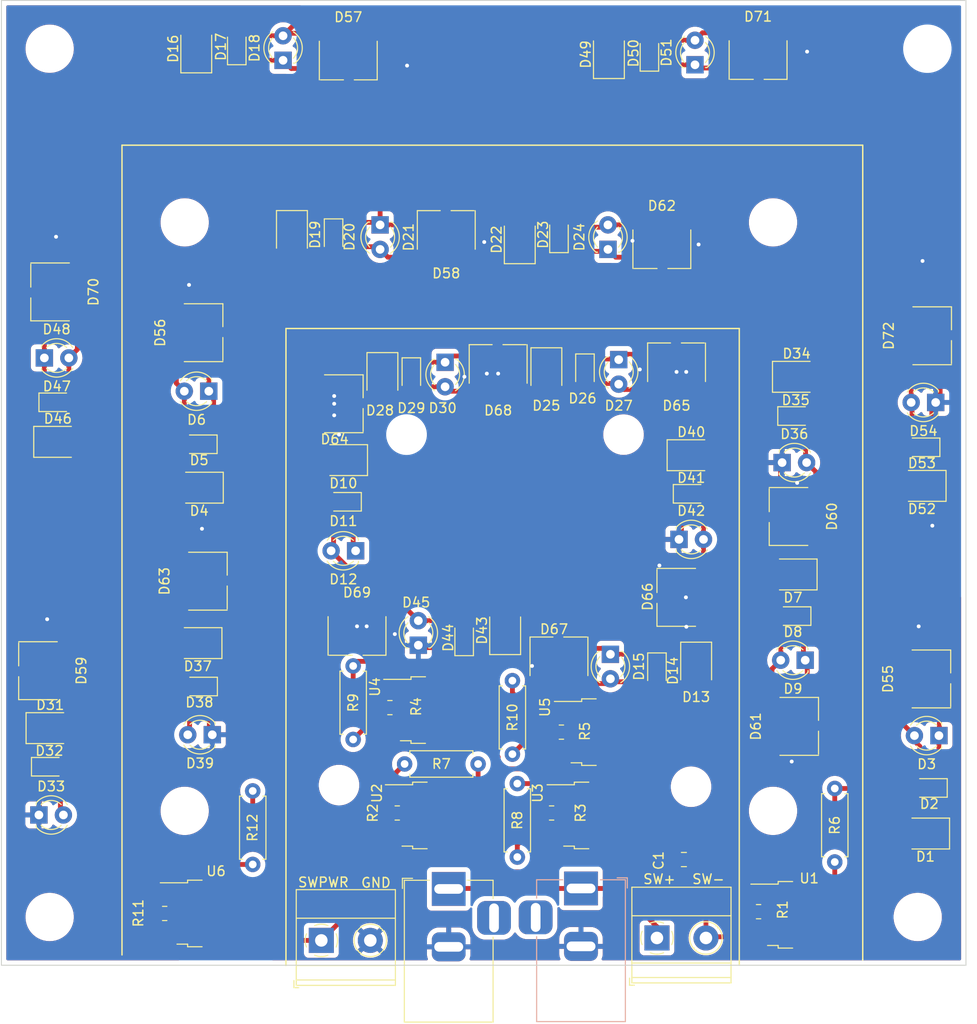
<source format=kicad_pcb>
(kicad_pcb (version 20211014) (generator pcbnew)
  (layers (0 "F.Cu" signal) (31 "B.Cu" signal) (34 "B.Paste" user) (35 "F.Paste" user) (36 "B.SilkS" user "B.Silkscreen") (37 "F.SilkS" user "F.Silkscreen") (38 "B.Mask" user) (39 "F.Mask" user) (44 "Edge.Cuts" user))
  (net 0 "")
  (net 1 "Net-(C1-Pad1)")
  (net 2 "GND")
  (net 3 "Net-(D1-Pad1)")
  (net 4 "Net-(R1-Pad1)")
  (net 5 "Net-(D19-Pad2)")
  (net 6 "Net-(D4-Pad2)")
  (net 7 "Net-(D22-Pad2)")
  (net 8 "Net-(D10-Pad1)")
  (net 9 "Net-(R2-Pad1)")
  (net 10 "Net-(D13-Pad1)")
  (net 11 "Net-(D13-Pad2)")
  (net 12 "Net-(D16-Pad1)")
  (net 13 "Net-(D19-Pad1)")
  (net 14 "Net-(D22-Pad1)")
  (net 15 "Net-(D25-Pad1)")
  (net 16 "Net-(D28-Pad1)")
  (net 17 "Net-(R1-Pad2)")
  (net 18 "Net-(R3-Pad1)")
  (net 19 "Net-(R3-Pad2)")
  (net 20 "Net-(R4-Pad2)")
  (net 21 "Net-(R4-Pad1)")
  (net 22 "+VDC")
  (net 25 "Net-(D46-Pad1)")
  (net 26 "Net-(D46-Pad2)")
  (net 27 "Net-(D49-Pad1)")
  (net 28 "Net-(R10-Pad1)")
  (net 29 "Net-(R11-Pad1)")
  (footprint "Package_TO_SOT_SMD:TO-252-2" (layer "F.Cu") (at 70.104 109.474)
    (fp_text reference "U2")
    (fp_text value "LM317_TO-252")
  )
  (footprint "LEDPanel:LED_Cree-XP" (layer "F.Cu") (at 45.406 85.192 180)
    (fp_text reference "D63")
    (fp_text value "LED_Pad")
  )
  (footprint "LED_THT:LED_D3.0mm" (layer "F.Cu") (at 54.2 31.2 90)
    (fp_text reference "D18")
    (fp_text value "LED")
  )
  (footprint "LED_SMD:LED_0805_2012Metric_Pad1.15x1.40mm_HandSolder" (layer "F.Cu") (at 29.975 104.425)
    (fp_text reference "D32")
    (fp_text value "LED")
  )
  (footprint "LEDPanel:LED_Cree-XP" (layer "F.Cu") (at 94.996 63.5 -90)
    (fp_text reference "D65")
    (fp_text value "LED_Pad")
  )
  (footprint "Connector_BarrelJack:BarrelJack_Horizontal" (layer "F.Cu") (at 71.374 117.094 90)
    (fp_text reference "J1" hide)
    (fp_text value "Barrel_Jack_Switch")
  )
  (footprint "LED_THT:LED_D3.0mm" (layer "F.Cu") (at 122.2 101.2 180)
    (fp_text reference "D3")
    (fp_text value "LED")
  )
  (footprint "MountingHole:MountingHole_3.2mm_M3" (layer "F.Cu") (at 89.5 70)
    (fp_text reference "H2" hide)
    (fp_text value "MountingHole")
  )
  (footprint "LED_SMD:LED_0805_2012Metric_Pad1.15x1.40mm_HandSolder" (layer "F.Cu") (at 67.5 63.9 -90)
    (fp_text reference "D29")
    (fp_text value "LED")
  )
  (footprint "LEDPanel:LED_Cree-XP" (layer "F.Cu") (at 71.12 49.784 -90)
    (fp_text reference "D58")
    (fp_text value "LED_Pad")
  )
  (footprint "LED_SMD:LED_PLCC_2835_Handsoldering" (layer "F.Cu") (at 87.983 30.59 90)
    (fp_text reference "D49")
    (fp_text value "LED")
  )
  (footprint "LED_THT:LED_D3.0mm" (layer "F.Cu") (at 108.336 93.384 180)
    (fp_text reference "D9")
    (fp_text value "LED")
  )
  (footprint "LED_THT:LED_D3.0mm" (layer "F.Cu") (at 68.2245 91.827 90)
    (fp_text reference "D45")
    (fp_text value "LED")
  )
  (footprint "MountingHole:MountingHole_4mm" (layer "F.Cu") (at 30 120)
    (fp_text reference "H11" hide)
    (fp_text value "MountingHole")
  )
  (footprint "LED_SMD:LED_PLCC_2835_Handsoldering" (layer "F.Cu") (at 78.74 49.784 90)
    (fp_text reference "D22")
    (fp_text value "LED")
  )
  (footprint "LEDPanel:LED_Cree-XP" (layer "F.Cu") (at 107.605 78.486)
    (fp_text reference "D60")
    (fp_text value "LED_Pad")
  )
  (footprint "LED_SMD:LED_0805_2012Metric_Pad1.15x1.40mm_HandSolder" (layer "F.Cu") (at 85.5 63.5 -90)
    (fp_text reference "D26")
    (fp_text value "LED")
  )
  (footprint "LED_SMD:LED_PLCC_2835_Handsoldering" (layer "F.Cu") (at 81.5 63.5 -90)
    (fp_text reference "D25")
    (fp_text value "LED")
  )
  (footprint "LED_SMD:LED_0805_2012Metric_Pad1.15x1.40mm_HandSolder" (layer "F.Cu") (at 107.351 68.072)
    (fp_text reference "D35")
    (fp_text value "LED")
  )
  (footprint "Package_TO_SOT_SMD:TO-252-2" (layer "F.Cu") (at 69.933 98.551)
    (fp_text reference "U4")
    (fp_text value "LM317_TO-252")
  )
  (footprint "LED_SMD:LED_PLCC_2835_Handsoldering" (layer "F.Cu") (at 96.52 72.136)
    (fp_text reference "D40")
    (fp_text value "LED")
  )
  (footprint "LED_SMD:LED_PLCC_2835_Handsoldering" (layer "F.Cu") (at 97.028 94.014 -90)
    (fp_text reference "D13")
    (fp_text value "LED")
  )
  (footprint "LED_THT:LED_D3.0mm" (layer "F.Cu") (at 46.86 101.11 180)
    (fp_text reference "D39")
    (fp_text value "LED")
  )
  (footprint "Package_TO_SOT_SMD:TO-252-2" (layer "F.Cu") (at 108 119.775)
    (fp_text reference "U1")
    (fp_text value "LM317_TO-252")
  )
  (footprint "TerminalBlock_Phoenix:TerminalBlock_Phoenix_MKDS-1,5-2-5.08_1x02_P5.08mm_Horizontal" (layer "F.Cu") (at 58.166 122.428)
    (fp_text reference "J3" hide)
    (fp_text value "Conn_01x02")
  )
  (footprint "Resistor_SMD:R_0805_2012Metric_Pad1.20x1.40mm_HandSolder" (layer "F.Cu") (at 82.042 109.22)
    (fp_text reference "R3")
    (fp_text value "56R")
  )
  (footprint "LED_SMD:LED_PLCC_2835_Handsoldering" (layer "F.Cu") (at 30.85 70.75)
    (fp_text reference "D46")
    (fp_text value "LED")
  )
  (footprint "LED_SMD:LED_PLCC_2835_Handsoldering" (layer "F.Cu") (at 45.36 91.61 180)
    (fp_text reference "D37")
    (fp_text value "LED")
  )
  (footprint "Resistor_SMD:R_0805_2012Metric_Pad1.20x1.40mm_HandSolder" (layer "F.Cu") (at 103.5 119.45)
    (fp_text reference "R1")
    (fp_text value "56R")
  )
  (footprint "Capacitor_SMD:C_0805_2012Metric_Pad1.18x1.45mm_HandSolder" (layer "F.Cu") (at 95.758 114.046 180)
    (fp_text reference "C1")
    (fp_text value "1 uF")
  )
  (footprint "LED_SMD:LED_PLCC_2835_Handsoldering" (layer "F.Cu") (at 45.2 30 90)
    (fp_text reference "D16")
    (fp_text value "LED")
  )
  (footprint "Resistor_SMD:R_0805_2012Metric_Pad1.20x1.40mm_HandSolder" (layer "F.Cu") (at 65.278 98.298 180)
    (fp_text reference "R4")
    (fp_text value "56R")
  )
  (footprint "LEDPanel:LED_Cree-XP" (layer "F.Cu") (at 93.472 49.784 90)
    (fp_text reference "D62")
    (fp_text value "LED_Pad")
  )
  (footprint "LED_SMD:LED_0805_2012Metric_Pad1.15x1.40mm_HandSolder" (layer "F.Cu") (at 30.75 66.65)
    (fp_text reference "D47")
    (fp_text value "LED")
  )
  (footprint "LED_SMD:LED_PLCC_2835_Handsoldering" (layer "F.Cu") (at 107.441 64.008)
    (fp_text reference "D34")
    (fp_text value "LED")
  )
  (footprint "LED_SMD:LED_0805_2012Metric_Pad1.15x1.40mm_HandSolder" (layer "F.Cu") (at 45.53 96.11 180)
    (fp_text reference "D38")
    (fp_text value "LED")
  )
  (footprint "LED_THT:LED_D3.0mm" (layer "F.Cu") (at 105.941 72.898)
    (fp_text reference "D36")
    (fp_text value "LED")
  )
  (footprint "LED_SMD:LED_0805_2012Metric_Pad1.15x1.40mm_HandSolder" (layer "F.Cu") (at 96.52 76.136)
    (fp_text reference "D41")
    (fp_text value "LED")
  )
  (footprint "LED_SMD:LED_0805_2012Metric_Pad1.15x1.40mm_HandSolder" (layer "F.Cu") (at 59.436 49.5 -90)
    (fp_text reference "D20")
    (fp_text value "LED")
  )
  (footprint "LED_SMD:LED_0805_2012Metric_Pad1.15x1.40mm_HandSolder" (layer "F.Cu") (at 60.452 76.962 180)
    (fp_text reference "D11")
    (fp_text value "LED")
  )
  (footprint "LED_SMD:LED_0805_2012Metric_Pad1.15x1.40mm_HandSolder" (layer "F.Cu") (at 72.9745 91.052 90)
    (fp_text reference "D44")
    (fp_text value "LED")
  )
  (footprint "MountingHole:MountingHole_4mm" (layer "F.Cu") (at 44 109)
    (fp_text reference "H12" hide)
    (fp_text value "MountingHole")
  )
  (footprint "LED_THT:LED_D3.0mm" (layer "F.Cu") (at 28.885 109.425)
    (fp_text reference "D33")
    (fp_text value "LED")
  )
  (footprint "Resistor_THT:R_Axial_DIN0207_L6.3mm_D2.5mm_P7.62mm_Horizontal" (layer "F.Cu") (at 61.468 101.6 90)
    (fp_text reference "R9")
    (fp_text value "R")
  )
  (footprint "Resistor_SMD:R_0805_2012Metric_Pad1.20x1.40mm_HandSolder" (layer "F.Cu") (at 66.04 109.22)
    (fp_text reference "R2")
    (fp_text value "56R")
  )
  (footprint "Resistor_THT:R_Axial_DIN0207_L6.3mm_D2.5mm_P7.62mm_Horizontal" (layer "F.Cu") (at 77.978 103.124 90)
    (fp_text reference "R10")
    (fp_text value "R")
  )
  (footprint "LED_SMD:LED_PLCC_2835_Handsoldering" (layer "F.Cu") (at 30.055 100.425)
    (fp_text reference "D31")
    (fp_text value "LED")
  )
  (footprint "LEDPanel:LED_Cree-XP" (layer "F.Cu") (at 44.958 59.436 180)
    (fp_text reference "D56")
    (fp_text value "LED_Pad")
  )
  (footprint "LED_SMD:LED_0805_2012Metric_Pad1.15x1.40mm_HandSolder" (layer "F.Cu") (at 49.4 29.8 90)
    (fp_text reference "D17")
    (fp_text value "LED")
  )
  (footprint "Resistor_THT:R_Axial_DIN0207_L6.3mm_D2.5mm_P7.62mm_Horizontal" (layer "F.Cu") (at 51.054 106.934 -90)
    (fp_text reference "R12")
    (fp_text value "R")
  )
  (footprint "LED_SMD:LED_0805_2012Metric_Pad1.15x1.40mm_HandSolder" (layer "F.Cu") (at 45.5 71 180)
    (fp_text reference "D5")
    (fp_text value "LED")
  )
  (footprint "LED_SMD:LED_0805_2012Metric_Pad1.15x1.40mm_HandSolder" (layer "F.Cu") (at 120.437 71.3145 180)
    (fp_text reference "D53")
    (fp_text value "LED")
  )
  (footprint "MountingHole:MountingHole_3.2mm_M3" (layer "F.Cu") (at 60 106.33)
    (fp_text reference "H3" hide)
    (fp_text value "MountingHole")
  )
  (footprint "LED_SMD:LED_PLCC_2835_Handsoldering" (layer "F.Cu") (at 64.5 64 -90)
    (fp_text reference "D28")
    (fp_text value "LED")
  )
  (footprint "MountingHole:MountingHole_4mm" (layer "F.Cu") (at 105 48)
    (fp_text reference "H1" hide)
    (fp_text value "MountingHole")
  )
  (footprint "LED_SMD:LED_PLCC_2835_Handsoldering" (layer "F.Cu") (at 107.066 84.494 180)
    (fp_text reference "D7")
    (fp_text value "LED")
  )
  (footprint "Resistor_SMD:R_0805_2012Metric_Pad1.20x1.40mm_HandSolder" (layer "F.Cu") (at 41.926 119.634 180)
    (fp_text reference "R11")
    (fp_text value "56R")
  )
  (footprint "LED_SMD:LED_0805_2012Metric_Pad1.15x1.40mm_HandSolder" (layer "F.Cu") (at 82.804 49.276 90)
    (fp_text reference "D23")
    (fp_text value "LED")
  )
  (footprint "LED_SMD:LED_PLCC_2835_Handsoldering" (layer "F.Cu") (at 77.2245 90.302 90)
    (fp_text reference "D43")
    (fp_text value "LED")
  )
  (footprint "MountingHole:MountingHole_3.2mm_M3" (layer "F.Cu") (at 96.5 106.5)
    (fp_text reference "H10" hide)
    (fp_text value "MountingHole")
  )
  (footprint "LED_THT:LED_D3.0mm" (layer "F.Cu") (at 89 62.23 -90)
    (fp_text reference "D27")
    (fp_text value "LED")
  )
  (footprint "MountingHole:MountingHole_4mm" (layer "F.Cu") (at 44 48)
    (fp_text reference "H9" hide)
    (fp_text value "MountingHole")
  )
  (footprint "LED_THT:LED_D3.0mm" (layer "F.Cu") (at 46.5 65.5 180)
    (fp_text reference "D6")
    (fp_text value "LED")
  )
  (footprint "LED_SMD:LED_0805_2012Metric_Pad1.15x1.40mm_HandSolder" (layer "F.Cu") (at 121.2 106.625 180)
    (fp_text reference "D2")
    (fp_text value "LED")
  )
  (footprint "Resistor_SMD:R_0805_2012Metric_Pad1.20x1.40mm_HandSolder" (layer "F.Cu") (at 83.058 100.838 180)
    (fp_text reference "R5")
    (fp_text value "56R")
  )
  (footprint "LED_SMD:LED_PLCC_2835_Handsoldering" (layer "F.Cu") (at 120.8 111.35 180)
    (fp_text reference "D1")
    (fp_text value "LED")
  )
  (footprint "LEDPanel:LED_Cree-XP" (layer "F.Cu") (at 29.788 94.469)
    (fp_text reference "D59")
    (fp_text value "LED_Pad")
  )
  (footprint "LED_THT:LED_D3.0mm" (layer "F.Cu") (at 61.722 82.042 180)
    (fp_text reference "D12")
    (fp_text value "LED")
  )
  (footprint "LED_THT:LED_D3.0mm" (layer "F.Cu") (at 88.138 92.77 -90)
    (fp_text reference "D15")
    (fp_text value "LED")
  )
  (footprint "Resistor_THT:R_Axial_DIN0207_L6.3mm_D2.5mm_P7.62mm_Horizontal" (layer "F.Cu") (at 111.4 114.3 90)
    (fp_text reference "R6")
    (fp_text value "R")
  )
  (footprint "LED_SMD:LED_PLCC_2835_Handsoldering" (layer "F.Cu") (at 45.5 75.5 180)
    (fp_text reference "D4")
    (fp_text value "LED")
  )
  (footprint "LED_SMD:LED_PLCC_2835_Handsoldering" (layer "F.Cu") (at 60.452 72.644 180)
    (fp_text reference "D10")
    (fp_text value "LED")
  )
  (footprint "LEDPanel:LED_Cree-XP" (layer "F.Cu") (at 31.043 55.207)
    (fp_text reference "D70")
    (fp_text value "LED_Pad")
  )
  (footprint "LED_THT:LED_D3.0mm" (layer "F.Cu") (at 96.908 31.665 90)
    (fp_text reference "D51")
    (fp_text value "LED")
  )
  (footprint "LED_SMD:LED_0805_2012Metric_Pad1.15x1.40mm_HandSolder" (layer "F.Cu") (at 92.183 30.465 90)
    (fp_text reference "D50")
    (fp_text value "LED")
  )
  (footprint "LED_SMD:LED_PLCC_2835_Handsoldering" (layer "F.Cu") (at 120.437 75.3145 180)
    (fp_text reference "D52")
    (fp_text value "LED")
  )
  (footprint "MountingHole:MountingHole_4mm" (layer "F.Cu") (at 30 30)
    (fp_text reference "H4" hide)
    (fp_text value "MountingHole")
  )
  (footprint "LED_THT:LED_D3.0mm" (layer "F.Cu") (at 64.262 48.26 -90)
    (fp_text reference "D21")
    (fp_text value "LED")
  )
  (footprint "Package_TO_SOT_SMD:TO-252-2" (layer "F.Cu") (at 87.63 100.838)
    (fp_text reference "U5")
    (fp_text value "LM317_TO-252")
  )
  (footprint "MountingHole:MountingHole_4mm" (layer "F.Cu") (at 105 109)
    (fp_text reference "H7" hide)
    (fp_text value "MountingHole")
  )
  (footprint "LED_SMD:LED_0805_2012Metric_Pad1.15x1.40mm_HandSolder" (layer "F.Cu") (at 92.964 94.488 -90)
    (fp_text reference "D14")
    (fp_text value "LED")
  )
  (footprint "LEDPanel:LED_Cree-XP" (layer "F.Cu") (at 120.42 95.325 180)
    (fp_text reference "D55")
    (fp_text value "LED_Pad")
  )
  (footprint "LED_SMD:LED_0805_2012Metric_Pad1.15x1.40mm_HandSolder" (layer "F.Cu") (at 107.066 88.812 180)
    (fp_text reference "D8")
    (fp_text value "LED")
  )
  (footprint "LEDPanel:LED_Cree-XP" (layer "F.Cu") (at 106.716 100.242 180)
    (fp_text reference "D61")
    (fp_text value "LED_Pad")
  )
  (footprint "LEDPanel:LED_Cree-XP" (layer "F.Cu") (at 76.5 63.675 -90)
    (fp_text reference "D68")
    (fp_text value "LED_Pad")
  )
  (footprint "LEDPanel:LED_Cree-XP" (layer "F.Cu") (at 95.965 86.868)
    (fp_text reference "D66")
    (fp_text value "LED_Pad")
  )
  (footprint "LED_THT:LED_D3.0mm" (layer "F.Cu") (at 121.862 66.6645 180)
    (fp_text reference "D54")
    (fp_text value "LED")
  )
  (footprint "LED_THT:LED_D3.0mm" (layer "F.Cu") (at 95.25 80.86)
    (fp_text reference "D42")
    (fp_text value "LED")
  )
  (footprint "TerminalBlock_Phoenix:TerminalBlock_Phoenix_MKDS-1,5-2-5.08_1x02_P5.08mm_Horizontal" (layer "F.Cu") (at 92.964 122.174)
    (fp_text reference "SW1" hide)
    (fp_text value "SW_SPST")
  )
  (footprint "LEDPanel:LED_Cree-XP" (layer "F.Cu") (at 60.96 30.226 90)
    (fp_text reference "D57")
    (fp_text value "LED_Pad")
  )
  (footprint "LEDPanel:LED_Cree-XP" (layer "F.Cu") (at 59.5 66.802 180)
    (fp_text reference "D64")
    (fp_text value "LED_Pad")
  )
  (footprint "Package_TO_SOT_SMD:TO-252-2" (layer "F.Cu") (at 86.868 109.474)
    (fp_text reference "U3")
    (fp_text value "LM317_TO-252")
  )
  (footprint "LED_THT:LED_D3.0mm" (layer "F.Cu") (at 71 62.5 -90)
    (fp_text reference "D30")
    (fp_text value "LED")
  )
  (footprint "LEDPanel:LED_Cree-XP" (layer "F.Cu") (at 120.5 59.7545 180)
    (fp_text reference "D72")
    (fp_text value "LED_Pad")
  )
  (footprint "LEDPanel:LED_Cree-XP" (layer "F.Cu") (at 61.8665 89.869 90)
    (fp_text reference "D69")
    (fp_text value "LED_Pad")
  )
  (footprint "Package_TO_SOT_SMD:TO-252-2" (layer "F.Cu") (at 46.771 119.635)
    (fp_text reference "U6")
    (fp_text value "LM317_TO-252")
  )
  (footprint "MountingHole:MountingHole_4mm" (layer "F.Cu") (at 120 120)
    (fp_text reference "H5" hide)
    (fp_text value "MountingHole")
  )
  (footprint "LEDPanel:LED_Cree-XP" (layer "F.Cu") (at 103.45 30.175 90)
    (fp_text reference "D71")
    (fp_text value "LED_Pad")
  )
  (footprint "Resistor_THT:R_Axial_DIN0207_L6.3mm_D2.5mm_P7.62mm_Horizontal" (layer "F.Cu") (at 74.422 104.14 180)
    (fp_text reference "R7")
    (fp_text value "R")
  )
  (footprint "LED_SMD:LED_PLCC_2835_Handsoldering" (layer "F.Cu") (at 55.118 49.276 -90)
    (fp_text reference "D19")
    (fp_text value "LED")
  )
  (footprint "Resistor_THT:R_Axial_DIN0207_L6.3mm_D2.5mm_P7.62mm_Horizontal" (layer "F.Cu") (at 78.486 113.792 90)
    (fp_text reference "R8")
    (fp_text value "R")
  )
  (footprint "MountingHole:MountingHole_4mm" (layer "F.Cu") (at 121 30)
    (fp_text reference "H6" hide)
    (fp_text value "MountingHole")
  )
  (footprint "LED_THT:LED_D3.0mm" (layer "F.Cu") (at 29.45 62.05)
    (fp_text reference "D48")
    (fp_text value "LED")
  )
  (footprint "MountingHole:MountingHole_3.2mm_M3" (layer "F.Cu") (at 67 70)
    (fp_text reference "H8" hide)
    (fp_text value "MountingHole")
  )
  (footprint "LED_THT:LED_D3.0mm" (layer "F.Cu") (at 87.884 50.8 90)
    (fp_text reference "D24")
    (fp_text value "LED")
  )
  (footprint "LEDPanel:LED_Cree-XP" (layer "F.Cu") (at 82.804 93.98 -90)
    (fp_text reference "D67")
    (fp_text value "LED_Pad")
  )
  (footprint "Connector_BarrelJack:BarrelJack_Horizontal" (layer "B.Cu") (at 85.09 117.0432 90)
    (fp_text reference "J2" hide)
    (fp_text value "Barrel_Jack_Switch")
  )
  (gr_line (start 37.5 123.93) (end 37.5 40) (layer "F.SilkS") (width 0.15))
  (gr_line (start 54.5 59) (end 101.5 59) (layer "F.SilkS") (width 0.15))
  (gr_line (start 101.5 59) (end 101.5 125) (layer "F.SilkS") (width 0.15))
  (gr_line (start 114.3 40) (end 114.3 124.46) (layer "F.SilkS") (width 0.15))
  (gr_line (start 37.5 40) (end 114.3 40) (layer "F.SilkS") (width 0.15))
  (gr_line (start 54.5 125.028) (end 54.5 59) (layer "F.SilkS") (width 0.15))
  (gr_line (start 125 25) (end 125 125) (layer "Edge.Cuts") (width 0.1))
  (gr_line (start 125 125) (end 25 125) (layer "Edge.Cuts") (width 0.1))
  (gr_line (start 25 125) (end 25 25) (layer "Edge.Cuts") (width 0.1))
  (gr_line (start 25 25) (end 125 25) (layer "Edge.Cuts") (width 0.1))
  (gr_text "SW-" (at 98.298 116.078) (layer "F.SilkS") (effects (font (size 1 1))))
  (gr_text "GND" (at 63.83 116.45) (layer "F.SilkS") (effects (font (size 1 1))))
  (gr_text "SWPWR" (at 58.38 116.41) (layer "F.SilkS") (effects (font (size 1 1))))
  (gr_text "SW+" (at 93.218 116.078) (layer "F.SilkS") (effects (font (size 1 1))))
  (segment (start 76.2 115.316) (end 74.788 115.316) (width 0.5) (layer "F.Cu") (net 1))
  (segment (start 76.2 115.316) (end 76.5 115.016) (width 0.5) (layer "F.Cu") (net 1))
  (segment (start 65.904 111.754) (end 65.904 112.894) (width 0.5) (layer "F.Cu") (net 1))
  (segment (start 84.018 113.99) (end 90.876 113.99) (width 0.5) (layer "F.Cu") (net 1))
  (segment (start 76.5 104.856) (end 76.708 104.648) (width 0.5) (layer "F.Cu") (net 1))
  (segment (start 66.541 100.831) (end 65.733 100.831) (width 0.5) (layer "F.Cu") (net 1))
  (segment (start 82.668 111.754) (end 82.668 113.674) (width 0.5) (layer "F.Cu") (net 1))
  (segment (start 82.668 113.674) (end 82.352 113.99) (width 0.5) (layer "F.Cu") (net 1))
  (segment (start 82.86 113.99) (end 81.534 115.316) (width 0.5) (layer "F.Cu") (net 1))
  (segment (start 76.5 103.424) (end 75.184 102.108) (width 0.5) (layer "F.Cu") (net 1))
  (segment (start 90.876 113.99) (end 92.71 115.824) (width 0.5) (layer "F.Cu") (net 1))
  (segment (start 84.018 113.99) (end 82.86 113.99) (width 0.5) (layer "F.Cu") (net 1))
  (segment (start 81.9 104.648) (end 83.43 103.118) (width 0.5) (layer "F.Cu") (net 1))
  (segment (start 53.848 122.428) (end 58.166 122.428) (width 0.5) (layer "F.Cu") (net 1))
  (segment (start 58.166 122.428) (end 61.214 119.38) (width 0.5) (layer "F.Cu") (net 1))
  (segment (start 98.044 122.174) (end 98.044 115.824) (width 0.5) (layer "F.Cu") (net 1))
  (segment (start 42.571 121.915) (end 42.571 122.327) (width 0.5) (layer "F.Cu") (net 1))
  (segment (start 69.53 113.99) (end 73.462 113.99) (width 0.5) (layer "F.Cu") (net 1))
  (segment (start 65.904 112.894) (end 68.265 115.255) (width 0.5) (layer "F.Cu") (net 1))
  (segment (start 92.71 115.824) (end 98.044 115.824) (width 0.5) (layer "F.Cu") (net 1))
  (segment (start 64.14 119.38) (end 68.265 115.255) (width 0.5) (layer "F.Cu") (net 1))
  (segment (start 98.163 122.055) (end 98.044 122.174) (width 0.5) (layer "F.Cu") (net 1))
  (segment (start 74.788 115.316) (end 73.462 113.99) (width 0.5) (layer "F.Cu") (net 1))
  (segment (start 98.044 115.824) (end 98.044 115.2945) (width 0.5) (layer "F.Cu") (net 1))
  (segment (start 82.352 113.99) (end 84.018 113.99) (width 0.5) (layer "F.Cu") (net 1))
  (segment (start 103.8 122.055) (end 98.163 122.055) (width 0.5) (layer "F.Cu") (net 1))
  (segment (start 52.324 123.952) (end 53.848 122.428) (width 0.5) (layer "F.Cu") (net 1))
  (segment (start 42.571 122.327) (end 44.196 123.952) (width 0.5) (layer "F.Cu") (net 1))
  (segment (start 69.53 113.99) (end 68.265 115.255) (width 0.5) (layer "F.Cu") (net 1))
  (segment (start 75.184 102.108) (end 67.818 102.108) (width 0.5) (layer "F.Cu") (net 1))
  (segment (start 76.5 104.856) (end 76.5 103.424) (width 0.5) (layer "F.Cu") (net 1))
  (segment (start 98.044 115.2945) (end 96.7955 114.046) (width 0.5) (layer "F.Cu") (net 1))
  (segment (start 81.534 115.316) (end 76.2 115.316) (width 0.5) (layer "F.Cu") (net 1))
  (segment (start 76.5 115.016) (end 76.5 104.856) (width 0.5) (layer "F.Cu") (net 1))
  (segment (start 67.818 102.108) (end 66.541 100.831) (width 0.5) (layer "F.Cu") (net 1))
  (segment (start 76.708 104.648) (end 81.9 104.648) (width 0.5) (layer "F.Cu") (net 1))
  (segment (start 61.214 119.38) (end 64.14 119.38) (width 0.5) (layer "F.Cu") (net 1))
  (segment (start 44.196 123.952) (end 52.324 123.952) (width 0.5) (layer "F.Cu") (net 1))
  (segment (start 121.487 79.4105) (end 121.516 79.4395) (width 0.5) (layer "F.Cu") (net 2))
  (segment (start 71.12 49.784) (end 74.803 49.784) (width 1.5) (layer "F.Cu") (net 2))
  (segment (start 74.803 49.784) (end 75.057 50.038) (width 1.5) (layer "F.Cu") (net 2))
  (segment (start 73.325 63.675) (end 75.325 63.675) (width 1.5) (layer "F.Cu") (net 2))
  (segment (start 91.44 63.5) (end 91.186 63.246) (width 1.5) (layer "F.Cu") (net 2))
  (segment (start 44.958 59.436) (end 44.958 54.991) (width 1.5) (layer "F.Cu") (net 2))
  (segment (start 121.462 67.0645) (end 121.862 66.6645) (width 0.5) (layer "F.Cu") (net 2))
  (segment (start 105.78 73.059) (end 105.941 72.898) (width 0.5) (layer "F.Cu") (net 2))
  (segment (start 44.958 54.991) (end 44.45 54.483) (width 1.5) (layer "F.Cu") (net 2))
  (segment (start 31.043 55.207) (end 31.043 49.873) (width 1.5) (layer "F.Cu") (net 2))
  (segment (start 27.963 94.469) (end 27.963 99.383) (width 0.5) (layer "F.Cu") (net 2))
  (segment (start 96.012 89.916) (end 96.012 86.915) (width 1.5) (layer "F.Cu") (net 2))
  (segment (start 121.462 71.3145) (end 121.462 67.0645) (width 0.5) (layer "F.Cu") (net 2))
  (segment (start 95.504 80.606) (end 95.504 76.145) (width 0.5) (layer "F.Cu") (net 2))
  (segment (start 120.42 95.325) (end 120.42 90.195) (width 1.5) (layer "F.Cu") (net 2))
  (segment (start 108.403 30.175) (end 108.53 30.302) (width 1.5) (layer "F.Cu") (net 2))
  (segment (start 46.41 91.61) (end 46.7 91.9) (width 0.5) (layer "F.Cu") (net 2))
  (segment (start 28.935 104.44) (end 28.935 109.375) (width 0.5) (layer "F.Cu") (net 2))
  (segment (start 31.043 49.873) (end 30.662 49.492) (width 1.5) (layer "F.Cu") (net 2))
  (segment (start 46.555 96.11) (end 46.555 100.805) (width 0.5) (layer "F.Cu") (net 2))
  (segment (start 90.551 49.784) (end 90.424 49.911) (width 1.5) (layer "F.Cu") (net 2))
  (segment (start 47.231 90.789) (end 46.41 91.61) (width 0.5) (layer "F.Cu") (net 2))
  (segment (start 45.406 80.239) (end 45.914 79.731) (width 1.5) (layer "F.Cu") (net 2))
  (segment (start 29.005 100.425) (end 28.935 100.495) (width 0.5) (layer "F.Cu") (net 2))
  (segment (start 120.42 90.195) (end 120.1 89.875) (width 1.5) (layer "F.Cu") (net 2))
  (segment (start 47.231 85.192) (end 47.231 90.789) (width 0.5) (layer "F.Cu") (net 2))
  (segment (start 121.487 75.3145) (end 121.487 71.3395) (width 0.5) (layer "F.Cu") (net 2))
  (segment (start 94.14 84.488) (end 93.218 83.566) (width 1.5) (layer "F.Cu") (net 2))
  (segment (start 59.5 66.802) (end 59.5 66) (width 1.5) (layer "F.Cu") (net 2))
  (segment (start 95.25 80.86) (end 95.504 80.606) (width 0.5) (layer "F.Cu") (net 2))
  (segment (start 77.2245 91.352) (end 76.6995 91.877) (width 0.5) (layer "F.Cu") (net 2))
  (segment (start 72.9745 92.077) (end 68.4745 92.077) (width 0.5) (layer "F.Cu") (net 2))
  (segment (start 76.6995 91.877) (end 73.1745 91.877) (width 0.5) (layer "F.Cu") (net 2))
  (segment (start 28.95 104.425) (end 28.935 104.44) (width 0.5) (layer "F.Cu") (net 2))
  (segment (start 122.325 59.7545) (end 122.325 66.2015) (width 0.5) (layer "F.Cu") (net 2))
  (segment (start 59.5 69.5) (end 60 70) (width 1.5) (layer "F.Cu") (net 2))
  (segment (start 95.504 76.145) (end 95.495 76.136) (width 0.5) (layer "F.Cu") (net 2))
  (segment (start 121.487 71.3395) (end 121.462 71.3145) (width 0.5) (layer "F.Cu") (net 2))
  (segment (start 106.716 100.242) (end 106.716 103.668) (width 1.5) (layer "F.Cu") (net 2))
  (segment (start 103.45 30.175) (end 108.403 30.175) (width 1.5) (layer "F.Cu") (net 2))
  (segment (start 65.532 30.226) (end 67.056 31.75) (width 1.5) (layer "F.Cu") (net 2))
  (segment (start 106.391 64.008) (end 106.416 64.033) (width 0.5) (layer "F.Cu") (net 2))
  (segment (start 28.935 104.41) (end 28.95 104.425) (width 0.5) (layer "F.Cu") (net 2))
  (segment (start 122.325 66.2015) (end 121.862 66.6645) (width 0.5) (layer "F.Cu") (net 2))
  (segment (start 73 64) (end 73.325 63.675) (width 1.5) (layer "F.Cu") (net 2))
  (segment (start 73.1745 91.877) (end 72.9745 92.077) (width 0.5) (layer "F.Cu") (net 2))
  (segment (start 60.96 30.226) (end 65.532 30.226) (width 1.5) (layer "F.Cu") (net 2))
  (segment (start 105.941 68.457) (end 105.941 72.898) (width 0.5) (layer "F.Cu") (net 2))
  (segment (start 64.977 89.869) (end 65.786 90.678) (width 1.5) (layer "F.Cu") (net 2))
  (segment (start 96.012 86.915) (end 95.965 86.868) (width 1.5) (layer "F.Cu") (net 2))
  (segment (start 45.406 85.192) (end 45.406 80.239) (width 1.5) (layer "F.Cu") (net 2))
  (segment (start 46.7 95.965) (end 46.555 96.11) (width 0.5) (layer "F.Cu") (net 2))
  (segment (start 106.416 67.982) (end 106.326 68.072) (width 0.5) (layer "F.Cu") (net 2))
  (segment (start 107.605 78.486) (end 107.605 75.105) (width 1.5) (layer "F.Cu") (net 2))
  (segment (start 80.01 93.98) (end 82.804 93.98) (width 1.5) (layer "F.Cu") (net 2))
  (segment (start 93.472 49.784) (end 96.774 49.784) (width 1.5) (layer "F.Cu") (net 2))
  (segment (start 46.7 91.9) (end 46.7 95.965) (width 0.5) (layer "F.Cu") (net 2))
  (segment (start 121.487 75.3145) (end 121.487 79.4105) (width 0.5) (layer "F.Cu") (net 2))
  (segment (start 94.996 63.5) (end 96 63.5) (width 1.5) (layer "F.Cu") (net 2))
  (segment (start 28.935 109.375) (end 28.885 109.425) (width 0.5) (layer "F.Cu") (net 2))
  (segment (start 59.5 68) (end 59.5 69.5) (width 1.5) (layer "F.Cu") (net 2))
  (segment (start 95.495 76.136) (end 95.25 75.891) (width 0.5) (layer "F.Cu") (net 2))
  (segment (start 62.869 89.869) (end 64.977 89.869) (width 1.5) (layer "F.Cu") (net 2))
  (segment (start 95.203 80.907) (end 95.25 80.86) (width 0.5) (layer "F.Cu") (net 2))
  (segment (start 27.963 99.383) (end 29.005 100.425) (width 0.5) (layer "F.Cu") (net 2))
  (segment (start 107.605 75.105) (end 107.5 75) (width 1.5) (layer "F.Cu") (net 2))
  (segment (start 106.326 68.072) (end 105.941 68.457) (width 0.5) (layer "F.Cu") (net 2))
  (segment (start 106.416 64.033) (end 106.416 67.982) (width 0.5) (layer "F.Cu") (net 2))
  (segment (start 61.8665 89.869) (end 62.869 89.869) (width 1.5) (layer "F.Cu") (net 2))
  (segment (start 76.5 63.675) (end 75.325 63.675) (width 1.5) (layer "F.Cu") (net 2))
  (segment (start 95.25 72.356) (end 95.47 72.136) (width 0.5) (layer "F.Cu") (net 2))
  (segment (start 29.788 89.182) (end 29.741 89.135) (width 1.5) (layer "F.Cu") (net 2))
  (segment (start 59.5 66.802) (end 59.5 68) (width 1.5) (layer "F.Cu") (net 2))
  (segment (start 95.25 75.891) (end 95.25 72.356) (width 0.5) (layer "F.Cu") (net 2))
  (segment (start 29.788 94.469) (end 29.788 89.182) (width 1.5) (layer "F.Cu") (net 2))
  (segment (start 28.935 100.495) (end 28.935 104.41) (width 0.5) (layer "F.Cu") (net 2))
  (segment (start 105.78 78.486) (end 105.78 73.059) (width 0.5) (layer "F.Cu") (net 2))
  (segment (start 120.5 59.7545) (end 120.5 52) (width 1.5) (layer "F.Cu") (net 2))
  (segment (start 106.716 103.668) (end 106.934 103.886) (width 1.5) (layer "F.Cu") (net 2))
  (segment (start 91.44 63.5) (end 94.996 63.5) (width 1.5) (layer "F.Cu") (net 2))
  (segment (start 94.14 86.868) (end 94.14 84.488) (width 1.5) (layer "F.Cu") (net 2))
  (segment (start 96.774 49.784) (end 97.282 50.292) (width 1.5) (layer "F.Cu") (net 2))
  (segment (start 46.555 100.805) (end 46.86 101.11) (width 0.5) (layer "F.Cu") (net 2))
  (segment (start 93.472 49.784) (end 90.551 49.784) (width 1.5) (layer "F.Cu") (net 2))
  (via (at 44.45 54.483) (size 0.8) (drill 0.4) (layers "F.Cu" "B.Cu") (net 2))
  (via (at 59.5 66) (size 0.8) (drill 0.4) (layers "F.Cu" "B.Cu") (net 2))
  (via (at 106.934 103.886) (size 0.8) (drill 0.4) (layers "F.Cu" "B.Cu") (net 2))
  (via (at 96.012 89.916) (size 0.8) (drill 0.4) (layers "F.Cu" "B.Cu") (net 2))
  (via (at 95.965 86.868) (size 0.8) (drill 0.4) (layers "F.Cu" "B.Cu") (net 2))
  (via (at 67.056 31.75) (size 0.8) (drill 0.4) (layers "F.Cu" "B.Cu") (net 2))
  (via (at 29.741 89.135) (size 0.8) (drill 0.4) (layers "F.Cu" "B.Cu") (net 2))
  (via (at 121.516 79.4395) (size 0.8) (drill 0.4) (layers "F.Cu" "B.Cu") (net 2))
  (via (at 120.5 52) (size 0.8) (drill 0.4) (layers "F.Cu" "B.Cu") (net 2))
  (via (at 61.8665 89.869) (size 0.8) (drill 0.4) (layers "F.Cu" "B.Cu") (net 2))
  (via (at 59.5 68) (size 0.8) (drill 0.4) (layers "F.Cu" "B.Cu") (net 2))
  (via (at 75.325 63.675) (size 0.8) (drill 0.4) (layers "F.Cu" "B.Cu") (net 2))
  (via (at 76.5 63.675) (size 0.8) (drill 0.4) (layers "F.Cu" "B.Cu") (net 2))
  (via (at 45.79 79.76) (size 0.8) (drill 0.4) (layers "F.Cu" "B.Cu") (net 2))
  (via (at 62.869 89.869) (size 0.8) (drill 0.4) (layers "F.Cu" "B.Cu") (net 2))
  (via (at 59.5 66.802) (size 0.8) (drill 0.4) (layers "F.Cu" "B.Cu") (net 2))
  (via (at 120.1 89.875) (size 0.8) (drill 0.4) (layers "F.Cu" "B.Cu") (net 2))
  (via (at 93.218 83.566) (size 0.8) (drill 0.4) (layers "F.Cu" "B.Cu") (net 2))
  (via (at 107.5 75) (size 0.8) (drill 0.4) (layers "F.Cu" "B.Cu") (net 2))
  (via (at 73 64) (size 0.8) (drill 0.4) (layers "F.Cu" "B.Cu") (net 2))
  (via (at 75.057 50.038) (size 0.8) (drill 0.4) (layers "F.Cu" "B.Cu") (net 2))
  (via (at 91.186 63.246) (size 0.8) (drill 0.4) (layers "F.Cu" "B.Cu") (net 2))
  (via (at 60 70) (size 0.8) (drill 0.4) (layers "F.Cu" "B.Cu") (net 2))
  (via (at 94.996 63.5) (size 0.8) (drill 0.4) (layers "F.Cu" "B.Cu") (net 2))
  (via (at 65.786 90.678) (size 0.8) (drill 0.4) (layers "F.Cu" "B.Cu") (net 2))
  (via (at 80.01 93.98) (size 0.8) (drill 0.4) (layers "F.Cu" "B.Cu") (net 2))
  (via (at 96 63.5) (size 0.8) (drill 0.4) (layers "F.Cu" "B.Cu") (net 2))
  (via (at 90.424 49.911) (size 0.8) (drill 0.4) (layers "F.Cu" "B.Cu") (net 2))
  (via (at 108.53 30.302) (size 0.8) (drill 0.4) (layers "F.Cu" "B.Cu") (net 2))
  (via (at 30.662 49.492) (size 0.8) (drill 0.4) (layers "F.Cu" "B.Cu") (net 2))
  (via (at 97.282 50.292) (size 0.8) (drill 0.4) (layers "F.Cu" "B.Cu") (net 2))
  (segment (start 59.5 66) (end 59.5 66.802) (width 1.5) (layer "B.Cu") (net 2))
  (segment (start 62.869 89.869) (end 61.8665 89.869) (width 1.5) (layer "B.Cu") (net 2))
  (segment (start 54.459 28.401) (end 54.2 28.66) (width 0.5) (layer "F.Cu") (net 3))
  (segment (start 124 86) (end 122.245 87.755) (width 0.5) (layer "F.Cu") (net 3))
  (segment (start 122.245 87.755) (end 122.245 95.325) (width 0.5) (layer "F.Cu") (net 3))
  (segment (start 50.115 28.66) (end 50 28.775) (width 0.5) (layer "F.Cu") (net 3))
  (segment (start 122.245 101.155) (end 122.2 101.2) (width 0.5) (layer "F.Cu") (net 3))
  (segment (start 49.4 28.775) (end 45.5 28.775) (width 0.5) (layer "F.Cu") (net 3))
  (segment (start 50 28.775) (end 49.4 28.775) (width 0.5) (layer "F.Cu") (net 3))
  (segment (start 110.998 26.289) (end 56.571 26.289) (width 0.5) (layer "F.Cu") (net 3))
  (segment (start 56.571 26.289) (end 54.2 28.66) (width 0.5) (layer "F.Cu") (net 3))
  (segment (start 122.2 101.2) (end 122.2 106.6) (width 0.5) (layer "F.Cu") (net 3))
  (segment (start 54.2 28.66) (end 50.115 28.66) (width 0.5) (layer "F.Cu") (net 3))
  (segment (start 124 86) (end 124 39.291) (width 0.5) (layer "F.Cu") (net 3))
  (segment (start 122.225 106.625) (end 122.225 110.975) (width 0.5) (layer "F.Cu") (net 3))
  (segment (start 122.225 110.975) (end 121.85 111.35) (width 0.5) (layer "F.Cu") (net 3))
  (segment (start 122.245 95.325) (end 122.245 101.155) (width 0.5) (layer "F.Cu") (net 3))
  (segment (start 60.96 28.401) (end 54.459 28.401) (width 0.5) (layer "F.Cu") (net 3))
  (segment (start 45.5 28.775) (end 45.2 28.475) (width 0.5) (layer "F.Cu") (net 3))
  (segment (start 122.2 106.6) (end 122.225 106.625) (width 0.5) (layer "F.Cu") (net 3))
  (segment (start 124 39.291) (end 110.998 26.289) (width 0.5) (layer "F.Cu") (net 3))
  (segment (start 102.5 120.788) (end 102.616 120.904) (width 0.5) (layer "F.Cu") (net 4))
  (segment (start 102.616 120.904) (end 108.971 120.904) (width 0.5) (layer "F.Cu") (net 4))
  (segment (start 110.1 119.025) (end 110.1 119.775) (width 0.5) (layer "F.Cu") (net 4))
  (segment (start 108.971 120.904) (end 110.1 119.775) (width 0.5) (layer "F.Cu") (net 4))
  (segment (start 102.5 119.45) (end 102.5 120.788) (width 0.5) (layer "F.Cu") (net 4))
  (segment (start 111.4 114.3) (end 111.4 117.725) (width 0.5) (layer "F.Cu") (net 4))
  (segment (start 111.4 117.725) (end 110.1 119.025) (width 0.5) (layer "F.Cu") (net 4))
  (segment (start 46.5 65.5) (end 46.5 58.656) (width 0.5) (layer "F.Cu") (net 5))
  (segment (start 46.55 71.025) (end 46.55 75.5) (width 0.5) (layer "F.Cu") (net 5))
  (segment (start 46.5 58.656) (end 54.131 51.025) (width 0.5) (layer "F.Cu") (net 5))
  (segment (start 71.12 51.609) (end 65.071 51.609) (width 0.5) (layer "F.Cu") (net 5))
  (segment (start 47 70.525) (end 46.525 71) (width 0.5) (layer "F.Cu") (net 5))
  (segment (start 54.131 51.025) (end 54.894 51.025) (width 0.5) (layer "F.Cu") (net 5))
  (segment (start 46.5 65.5) (end 47 66) (width 0.5) (layer "F.Cu") (net 5))
  (segment (start 47 66) (end 47 70.525) (width 0.5) (layer "F.Cu") (net 5))
  (segment (start 59.436 50.525) (end 55.394 50.525) (width 0.5) (layer "F.Cu") (net 5))
  (segment (start 64.262 50.8) (end 63.987 50.525) (width 0.5) (layer "F.Cu") (net 5))
  (segment (start 46.525 71) (end 46.55 71.025) (width 0.5) (layer "F.Cu") (net 5))
  (segment (start 65.071 51.609) (end 64.262 50.8) (width 0.5) (layer "F.Cu") (net 5))
  (segment (start 54.894 51.025) (end 55.118 50.801) (width 0.5) (layer "F.Cu") (net 5))
  (segment (start 55.394 50.525) (end 55.118 50.801) (width 0.5) (layer "F.Cu") (net 5))
  (segment (start 63.987 50.525) (end 59.436 50.525) (width 0.5) (layer "F.Cu") (net 5))
  (segment (start 43.96 65.5) (end 43.96 70.485) (width 0.5) (layer "F.Cu") (net 6))
  (segment (start 44.45 104.394) (end 41.148 101.092) (width 0.5) (layer "F.Cu") (net 6))
  (segment (start 53.34 109.22) (end 53.34 105.918) (width 0.5) (layer "F.Cu") (net 6))
  (segment (start 43.96 70.485) (end 44.475 71) (width 0.5) (layer "F.Cu") (net 6))
  (segment (start 55.118 110.998) (end 53.34 109.22) (width 0.5) (layer "F.Cu") (net 6))
  (segment (start 43.133 59.436) (end 43.133 64.673) (width 0.5) (layer "F.Cu") (net 6))
  (segment (start 61.468 110.998) (end 55.118 110.998) (width 0.5) (layer "F.Cu") (net 6))
  (segment (start 41.148 101.092) (end 41.148 77.216) (width 0.5) (layer "F.Cu") (net 6))
  (segment (start 43.975 71.5) (end 43.975 75.5) (width 0.5) (layer "F.Cu") (net 6))
  (segment (start 44.475 71) (end 43.975 71.5) (width 0.5) (layer "F.Cu") (net 6))
  (segment (start 65.904 107.194) (end 65.898 107.188) (width 0.5) (layer "F.Cu") (net 6))
  (segment (start 65.904 107.194) (end 65.904 105.038) (width 0.5) (layer "F.Cu") (net 6))
  (segment (start 41.148 77.216) (end 42.864 75.5) (width 0.5) (layer "F.Cu") (net 6))
  (segment (start 43.133 64.673) (end 43.96 65.5) (width 0.5) (layer "F.Cu") (net 6))
  (segment (start 65.898 107.188) (end 64.516 107.188) (width 0.5) (layer "F.Cu") (net 6))
  (segment (start 42.864 75.5) (end 43.975 75.5) (width 0.5) (layer "F.Cu") (net 6))
  (segment (start 67.04 109.22) (end 67.04 108.33) (width 0.5) (layer "F.Cu") (net 6))
  (segment (start 51.816 104.394) (end 44.45 104.394) (width 0.5) (layer "F.Cu") (net 6))
  (segment (start 63.99 108.476) (end 61.468 110.998) (width 0.5) (layer "F.Cu") (net 6))
  (segment (start 65.904 105.038) (end 66.802 104.14) (width 0.5) (layer "F.Cu") (net 6))
  (segment (start 53.34 105.918) (end 51.816 104.394) (width 0.5) (layer "F.Cu") (net 6))
  (segment (start 64.516 107.188) (end 63.99 107.714) (width 0.5) (layer "F.Cu") (net 6))
  (segment (start 63.99 107.714) (end 63.99 108.476) (width 0.5) (layer "F.Cu") (net 6))
  (segment (start 67.04 108.33) (end 65.904 107.194) (width 0.5) (layer "F.Cu") (net 6))
  (segment (start 108.152 93.2) (end 108.336 93.384) (width 0.5) (layer "F.Cu") (net 7))
  (segment (start 83.053 48.5) (end 82.804 48.251) (width 0.5) (layer "F.Cu") (net 7))
  (segment (start 96.854 47.959) (end 103.124 54.229) (width 0.5) (layer "F.Cu") (net 7))
  (segment (start 108.091 88.812) (end 108.152 88.873) (width 0.5) (layer "F.Cu") (net 7))
  (segment (start 95.758 48.26) (end 87.884 48.26) (width 0.5) (layer "F.Cu") (net 7))
  (segment (start 82.804 48.251) (end 82.796 48.259) (width 0.5) (layer "F.Cu") (net 7))
  (segment (start 108.541 100.242) (end 108.541 93.589) (width 0.5) (layer "F.Cu") (net 7))
  (segment (start 87.884 48.26) (end 87.644 48.5) (width 0.5) (layer "F.Cu") (net 7))
  (segment (start 107.392 82.5) (end 108.116 83.224) (width 0.5) (layer "F.Cu") (net 7))
  (segment (start 93.472 47.959) (end 96.854 47.959) (width 0.5) (layer "F.Cu") (net 7))
  (segment (start 108.116 84.494) (end 108.292 84.67) (width 0.5) (layer "F.Cu") (net 7))
  (segment (start 108.292 84.67) (end 108.292 88.611) (width 0.5) (layer "F.Cu") (net 7))
  (segment (start 108.152 88.873) (end 108.152 93.2) (width 0.5) (layer "F.Cu") (net 7))
  (segment (start 104.344 82.5) (end 107.392 82.5) (width 0.5) (layer "F.Cu") (net 7))
  (segment (start 108.292 88.611) (end 108.091 88.812) (width 0.5) (layer "F.Cu") (net 7))
  (segment (start 108.541 93.589) (end 108.336 93.384) (width 0.5) (layer "F.Cu") (net 7))
  (segment (start 103.124 81.28) (end 104.344 82.5) (width 0.5) (layer "F.Cu") (net 7))
  (segment (start 103.124 54.229) (end 103.124 81.28) (width 0.5) (layer "F.Cu") (net 7))
  (segment (start 87.644 48.5) (end 83.053 48.5) (width 0.5) (layer "F.Cu") (net 7))
  (segment (start 82.796 48.259) (end 78.74 48.259) (width 0.5) (layer "F.Cu") (net 7))
  (segment (start 108.116 83.224) (end 108.116 84.494) (width 0.5) (layer "F.Cu") (net 7))
  (segment (start 61.325 66.802) (end 61.849 67.326) (width 0.5) (layer "F.Cu") (net 8))
  (segment (start 88.931 64.701) (end 85.676 64.701) (width 0.5) (layer "F.Cu") (net 8))
  (segment (start 61 72.811) (end 61.468 73.279) (width 0.5) (layer "F.Cu") (net 8))
  (segment (start 94.996 65.325) (end 89.555 65.325) (width 0.5) (layer "F.Cu") (net 8))
  (segment (start 61.502 72.644) (end 62.644 72.644) (width 0.5) (layer "F.Cu") (net 8))
  (segment (start 79.5 74.5) (end 81.5 72.5) (width 0.5) (layer "F.Cu") (net 8))
  (segment (start 61.849 67.326) (end 61.849 71.962) (width 0.5) (layer "F.Cu") (net 8))
  (segment (start 61.468 76.971) (end 61.477 76.962) (width 0.5) (layer "F.Cu") (net 8))
  (segment (start 85.416 64.441) (end 82.084 64.441) (width 0.5) (layer "F.Cu") (net 8))
  (segment (start 64.5 74.5) (end 79.5 74.5) (width 0.5) (layer "F.Cu") (net 8))
  (segment (start 82.084 64.441) (end 81.5 65.025) (width 0.5) (layer "F.Cu") (net 8))
  (segment (start 85.676 64.701) (end 85.5 64.525) (width 0.5) (layer "F.Cu") (net 8))
  (segment (start 81.5 72.5) (end 81.5 65.025) (width 0.5) (layer "F.Cu") (net 8))
  (segment (start 61.849 71.962) (end 61 72.811) (width 0.5) (layer "F.Cu") (net 8))
  (segment (start 89 64.77) (end 88.931 64.701) (width 0.5) (layer "F.Cu") (net 8))
  (segment (start 62.644 72.644) (end 64.5 74.5) (width 0.5) (layer "F.Cu") (net 8))
  (segment (start 61.502 72.644) (end 61.335 72.811) (width 0.5) (layer "F.Cu") (net 8))
  (segment (start 61.722 82.042) (end 61.468 81.788) (width 0.5) (layer "F.Cu") (net 8))
  (segment (start 61.468 73.279) (end 61.468 76.953) (width 0.5) (layer "F.Cu") (net 8))
  (segment (start 89.555 65.325) (end 89 64.77) (width 0.5) (layer "F.Cu") (net 8))
  (segment (start 61.468 81.788) (end 61.468 76.971) (width 0.5) (layer "F.Cu") (net 8))
  (segment (start 85.5 64.525) (end 85.416 64.441) (width 0.5) (layer "F.Cu") (net 8))
  (segment (start 61.468 76.953) (end 61.477 76.962) (width 0.5) (layer "F.Cu") (net 8))
  (segment (start 61.335 72.811) (end 61 72.811) (width 0.5) (layer "F.Cu") (net 8))
  (segment (start 71.188 110.49) (end 72.204 109.474) (width 0.5) (layer "F.Cu") (net 9))
  (segment (start 65.532 110.49) (end 71.188 110.49) (width 0.5) (layer "F.Cu") (net 9))
  (segment (start 74.422 107.256) (end 72.204 109.474) (width 0.5) (layer "F.Cu") (net 9))
  (segment (start 65.04 109.998) (end 65.532 110.49) (width 0.5) (layer "F.Cu") (net 9))
  (segment (start 65.04 109.22) (end 65.04 109.998) (width 0.5) (layer "F.Cu") (net 9))
  (segment (start 74.422 104.14) (end 74.422 107.256) (width 0.5) (layer "F.Cu") (net 9))
  (segment (start 79.75 60.5) (end 79.75 65) (width 0.5) (layer "F.Cu") (net 10))
  (segment (start 99.5 60.75) (end 98.75 60) (width 0.5) (layer "F.Cu") (net 10))
  (segment (start 87.523 92.155) (end 88.138 92.77) (width 0.5) (layer "F.Cu") (net 10))
  (segment (start 82.804 92.155) (end 87.523 92.155) (width 0.5) (layer "F.Cu") (net 10))
  (segment (start 76.5 65.5) (end 71.46 65.5) (width 0.5) (layer "F.Cu") (net 10))
  (segment (start 99.5 92.25) (end 99.5 60.75) (width 0.5) (layer "F.Cu") (net 10))
  (segment (start 97.028 92.964) (end 93.463 92.964) (width 0.5) (layer "F.Cu") (net 10))
  (segment (start 67.5 64.925) (end 65.1 64.925) (width 0.5) (layer "F.Cu") (net 10))
  (segment (start 65.1 64.925) (end 64.5 65.525) (width 0.5) (layer "F.Cu") (net 10))
  (segment (start 93.463 92.964) (end 92.964 93.463) (width 0.5) (layer "F.Cu") (net 10))
  (segment (start 79.75 65) (end 79.25 65.5) (width 0.5) (layer "F.Cu") (net 10))
  (segment (start 97.028 92.964) (end 98.786 92.964) (width 0.5) (layer "F.Cu") (net 10))
  (segment (start 92.964 93.463) (end 92.271 92.77) (width 0.5) (layer "F.Cu") (net 10))
  (segment (start 71.46 65.5) (end 71 65.04) (width 0.5) (layer "F.Cu") (net 10))
  (segment (start 92.271 92.77) (end 88.138 92.77) (width 0.5) (layer "F.Cu") (net 10))
  (segment (start 67.615 65.04) (end 67.5 64.925) (width 0.5) (layer "F.Cu") (net 10))
  (segment (start 71 65.04) (end 67.615 65.04) (width 0.5) (layer "F.Cu") (net 10))
  (segment (start 80.25 60) (end 79.75 60.5) (width 0.5) (layer "F.Cu") (net 10))
  (segment (start 79.25 65.5) (end 76.5 65.5) (width 0.5) (layer "F.Cu") (net 10))
  (segment (start 98.786 92.964) (end 99.5 92.25) (width 0.5) (layer "F.Cu") (net 10))
  (segment (start 98.75 60) (end 80.25 60) (width 0.5) (layer "F.Cu") (net 10))
  (segment (start 97.028 95.539) (end 92.99 95.539) (width 0.5) (layer "F.Cu") (net 11))
  (segment (start 87.643 95.805) (end 88.138 95.31) (width 0.5) (layer "F.Cu") (net 11))
  (segment (start 77.978 96.758) (end 77.978 95.504) (width 0.5) (layer "F.Cu") (net 11))
  (segment (start 92.857 95.62) (end 88.448 95.62) (width 0.5) (layer "F.Cu") (net 11))
  (segment (start 82.058 100.838) (end 77.978 96.758) (width 0.5) (layer "F.Cu") (net 11))
  (segment (start 82.058 100.838) (end 82.058 99.93) (width 0.5) (layer "F.Cu") (net 11))
  (segment (start 82.058 99.93) (end 83.43 98.558) (width 0.5) (layer "F.Cu") (net 11))
  (segment (start 83.43 98.558) (end 83.43 96.431) (width 0.5) (layer "F.Cu") (net 11))
  (segment (start 82.804 95.805) (end 87.643 95.805) (width 0.5) (layer "F.Cu") (net 11))
  (segment (start 92.99 95.539) (end 92.964 95.513) (width 0.5) (layer "F.Cu") (net 11))
  (segment (start 83.43 96.431) (end 82.804 95.805) (width 0.5) (layer "F.Cu") (net 11))
  (segment (start 92.964 95.513) (end 92.857 95.62) (width 0.5) (layer "F.Cu") (net 11))
  (segment (start 88.448 95.62) (end 88.138 95.31) (width 0.5) (layer "F.Cu") (net 11))
  (segment (start 26.625 40.405) (end 26.625 77.45) (width 0.5) (layer "F.Cu") (net 12))
  (segment (start 31.285 104.14) (end 31.285 100.72) (width 0.5) (layer "F.Cu") (net 12))
  (segment (start 31.285 100.72) (end 31.58 100.425) (width 0.5) (layer "F.Cu") (net 12))
  (segment (start 45.2 31.05) (end 35.98 31.05) (width 0.5) (layer "F.Cu") (net 12))
  (segment (start 31.425 109.425) (end 31.115 109.115) (width 0.5) (layer "F.Cu") (net 12))
  (segment (start 50 30.825) (end 49.4 30.825) (width 0.5) (layer "F.Cu") (net 12))
  (segment (start 26.625 77.45) (end 31.613 82.438) (width 0.5) (layer "F.Cu") (net 12))
  (segment (start 31.115 104.54) (end 31 104.425) (width 0.5) (layer "F.Cu") (net 12))
  (segment (start 35.98 31.05) (end 26.625 40.405) (width 0.5) (layer "F.Cu") (net 12))
  (segment (start 50.375 31.2) (end 50 30.825) (width 0.5) (layer "F.Cu") (net 12))
  (segment (start 31.58 100.425) (end 31.58 94.502) (width 0.5) (layer "F.Cu") (net 12))
  (segment (start 31.613 82.438) (end 31.613 94.469) (width 0.5) (layer "F.Cu") (net 12))
  (segment (start 55.051 32.051) (end 54.2 31.2) (width 0.5) (layer "F.Cu") (net 12))
  (segment (start 31.58 94.502) (end 31.613 94.469) (width 0.5) (layer "F.Cu") (net 12))
  (segment (start 60.96 32.051) (end 55.051 32.051) (width 0.5) (layer "F.Cu") (net 12))
  (segment (start 49.4 30.825) (end 49.175 31.05) (width 0.5) (layer "F.Cu") (net 12))
  (segment (start 31 104.425) (end 31.285 104.14) (width 0.5) (layer "F.Cu") (net 12))
  (segment (start 31.115 109.115) (end 31.115 104.54) (width 0.5) (layer "F.Cu") (net 12))
  (segment (start 54.2 31.2) (end 50.375 31.2) (width 0.5) (layer "F.Cu") (net 12))
  (segment (start 49.175 31.05) (end 45.2 31.05) (width 0.5) (layer "F.Cu") (net 12))
  (segment (start 59.436 48.475) (end 59.411 48.45) (width 0.5) (layer "F.Cu") (net 13))
  (segment (start 109.43 73.847) (end 108.481 72.898) (width 0.5) (layer "F.Cu") (net 13))
  (segment (start 64.002 48) (end 64.262 48.26) (width 0.5) (layer "F.Cu") (net 13))
  (segment (start 59.411 48.45) (end 55.342 48.45) (width 0.5) (layer "F.Cu") (net 13))
  (segment (start 108.966 58.6105) (end 95.3135 44.958) (width 0.5) (layer "F.Cu") (net 13))
  (segment (start 108.481 72.5) (end 108.481 72.898) (width 0.5) (layer "F.Cu") (net 13))
  (segment (start 108.376 72.395) (end 108.481 72.5) (width 0.5) (layer "F.Cu") (net 13))
  (segment (start 55.342 48.45) (end 55.118 48.226) (width 0.5) (layer "F.Cu") (net 13))
  (segment (start 95.3135 44.958) (end 65.659 44.958) (width 0.5) (layer "F.Cu") (net 13))
  (segment (start 108.376 68.072) (end 108.376 72.395) (width 0.5) (layer "F.Cu") (net 13))
  (segment (start 70.819 48.26) (end 71.12 47.959) (width 0.5) (layer "F.Cu") (net 13))
  (segment (start 108.966 64.008) (end 108.966 67.482) (width 0.5) (layer "F.Cu") (net 13))
  (segment (start 109.43 78.486) (end 109.43 73.847) (width 0.5) (layer "F.Cu") (net 13))
  (segment (start 59.911 48) (end 64.002 48) (width 0.5) (layer "F.Cu") (net 13))
  (segment (start 108.966 64.008) (end 108.966 58.6105) (width 0.5) (layer "F.Cu") (net 13))
  (segment (start 108.966 67.482) (end 108.376 68.072) (width 0.5) (layer "F.Cu") (net 13))
  (segment (start 65.659 44.958) (end 64.262 46.355) (width 0.5) (layer "F.Cu") (net 13))
  (segment (start 64.262 46.355) (end 64.262 48.26) (width 0.5) (layer "F.Cu") (net 13))
  (segment (start 64.262 48.26) (end 70.819 48.26) (width 0.5) (layer "F.Cu") (net 13))
  (segment (start 59.436 48.475) (end 59.911 48) (width 0.5) (layer "F.Cu") (net 13))
  (segment (start 82.105 51) (end 78.906 51) (width 0.5) (layer "F.Cu") (net 14))
  (segment (start 43.581 91.356) (end 43.835 91.61) (width 0.5) (layer "F.Cu") (net 14))
  (segment (start 83.503 51) (end 82.804 50.301) (width 0.5) (layer "F.Cu") (net 14))
  (segment (start 43.581 79.219) (end 44.56 78.24) (width 0.5) (layer "F.Cu") (net 14))
  (segment (start 44.125 95.73) (end 44.505 96.11) (width 0.5) (layer "F.Cu") (net 14))
  (segment (start 87.684 51) (end 83.503 51) (width 0.5) (layer "F.Cu") (net 14))
  (segment (start 78.74 51.308) (end 78.74 50.834) (width 0.5) (layer "F.Cu") (net 14))
  (segment (start 43.835 91.61) (end 44.125 91.9) (width 0.5) (layer "F.Cu") (net 14))
  (segment (start 88.693 51.609) (end 87.884 50.8) (width 0.5) (layer "F.Cu") (net 14))
  (segment (start 87.884 50.8) (end 87.684 51) (width 0.5) (layer "F.Cu") (net 14))
  (segment (start 55.626 53.848) (end 76.2 53.848) (width 0.5) (layer "F.Cu") (net 14))
  (segment (start 76.2 53.848) (end 78.74 51.308) (width 0.5) (layer "F.Cu") (net 14))
  (segment (start 44.505 96.11) (end 44.505 100.925) (width 0.5) (layer "F.Cu") (net 14))
  (segment (start 48.768 77.278) (end 48.768 60.706) (width 0.5) (layer "F.Cu") (net 14))
  (segment (start 78.906 51) (end 78.74 50.834) (width 0.5) (layer "F.Cu") (net 14))
  (segment (start 93.472 51.609) (end 88.693 51.609) (width 0.5) (layer "F.Cu") (net 14))
  (segment (start 48.642 77.278) (end 48.768 77.278) (width 0.5) (layer "F.Cu") (net 14))
  (segment (start 44.125 91.9) (end 44.125 95.73) (width 0.5) (layer "F.Cu") (net 14))
  (segment (start 82.804 50.301) (end 82.105 51) (width 0.5) (layer "F.Cu") (net 14))
  (segment (start 43.581 85.192) (end 43.581 91.356) (width 0.5) (layer "F.Cu") (net 14))
  (segment (start 44.56 78.24) (end 47.68 78.24) (width 0.5) (layer "F.Cu") (net 14))
  (segment (start 43.581 85.192) (end 43.581 79.219) (width 0.5) (layer "F.Cu") (net 14))
  (segment (start 44.505 100.925) (end 44.32 101.11) (width 0.5) (layer "F.Cu") (net 14))
  (segment (start 47.68 78.24) (end 48.642 77.278) (width 0.5) (layer "F.Cu") (net 14))
  (segment (start 48.768 60.706) (end 55.626 53.848) (width 0.5) (layer "F.Cu") (net 14))
  (segment (start 85.5 62.475) (end 85.416 62.391) (width 0.5) (layer "F.Cu") (net 15))
  (segment (start 85.416 62.391) (end 81.559 62.391) (width 0.5) (layer "F.Cu") (net 15))
  (segment (start 94.996 61.675) (end 97.743 61.675) (width 0.5) (layer "F.Cu") (net 15))
  (segment (start 98.045 72.136) (end 97.79 72.391) (width 0.5) (layer "F.Cu") (net 15))
  (segment (start 97.545 76.136) (end 97.79 76.381) (width 0.5) (layer "F.Cu") (net 15))
  (segment (start 89 62.23) (end 88.931 62.161) (width 0.5) (layer "F.Cu") (net 15))
  (segment (start 98.552 67.31) (end 98.045 67.817) (width 0.5) (layer "F.Cu") (net 15))
  (segment (start 85.814 62.161) (end 85.5 62.475) (width 0.5) (layer "F.Cu") (net 15))
  (segment (start 98.045 67.817) (end 98.045 72.136) (width 0.5) (layer "F.Cu") (net 15))
  (segment (start 88.931 62.161) (end 85.814 62.161) (width 0.5) (layer "F.Cu") (net 15))
  (segment (start 98.552 62.484) (end 98.552 67.31) (width 0.5) (layer "F.Cu") (net 15))
  (segment (start 97.79 72.391) (end 97.79 75.891) (width 0.5) (layer "F.Cu") (net 15))
  (segment (start 89.555 61.675) (end 89 62.23) (width 0.5) (layer "F.Cu") (net 15))
  (segment (start 97.79 86.868) (end 97.79 80.86) (width 0.5) (layer "F.Cu") (net 15))
  (segment (start 97.79 75.891) (end 97.545 76.136) (width 0.5) (layer "F.Cu") (net 15))
  (segment (start 94.996 61.675) (end 89.555 61.675) (width 0.5) (layer "F.Cu") (net 15))
  (segment (start 97.79 76.381) (end 97.79 80.86) (width 0.5) (layer "F.Cu") (net 15))
  (segment (start 81.559 62.391) (end 81.5 62.45) (width 0.5) (layer "F.Cu") (net 15))
  (segment (start 97.743 61.675) (end 98.552 62.484) (width 0.5) (layer "F.Cu") (net 15))
  (segment (start 71.65 61.85) (end 71 62.5) (width 0.5) (layer "F.Cu") (net 16))
  (segment (start 67.5 62.875) (end 64.575 62.875) (width 0.5) (layer "F.Cu") (net 16))
  (segment (start 72.2345 89.287) (end 72.9745 90.027) (width 0.5) (layer "F.Cu") (net 16))
  (segment (start 57.3 62.95) (end 64.5 62.95) (width 0.5) (layer "F.Cu") (net 16))
  (segment (start 76.6995 89.302) (end 73.6995 89.302) (width 0.5) (layer "F.Cu") (net 16))
  (segment (start 56.25 85.25) (end 56.25 64) (width 0.5) (layer "F.Cu") (net 16))
  (segment (start 67.875 62.5) (end 67.5 62.875) (width 0.5) (layer "F.Cu") (net 16))
  (segment (start 76.5 61.85) (end 71.65 61.85) (width 0.5) (layer "F.Cu") (net 16))
  (segment (start 64.575 62.875) (end 64.5 62.95) (width 0.5) (layer "F.Cu") (net 16))
  (segment (start 73.6995 89.302) (end 72.9745 90.027) (width 0.5) (layer "F.Cu") (net 16))
  (segment (start 66.9815 88.044) (end 68.2245 89.287) (width 0.5) (layer "F.Cu") (net 16))
  (segment (start 71 62.5) (end 67.875 62.5) (width 0.5) (layer "F.Cu") (net 16))
  (segment (start 61.8665 88.044) (end 59.044 88.044) (width 0.5) (layer "F.Cu") (net 16))
  (segment (start 68.2245 89.287) (end 72.2345 89.287) (width 0.5) (layer "F.Cu") (net 16))
  (segment (start 56.25 64) (end 57.3 62.95) (width 0.5) (layer "F.Cu") (net 16))
  (segment (start 77.2245 88.777) (end 76.6995 89.302) (width 0.5) (layer "F.Cu") (net 16))
  (segment (start 59.044 88.044) (end 56.25 85.25) (width 0.5) (layer "F.Cu") (net 16))
  (segment (start 61.8665 88.044) (end 66.9815 88.044) (width 0.5) (layer "F.Cu") (net 16))
  (segment (start 111.4 106.68) (end 120.12 106.68) (width 0.5) (layer "F.Cu") (net 17))
  (segment (start 119.66 101.76) (end 120.225 102.325) (width 0.5) (layer "F.Cu") (net 17))
  (segment (start 108.966 115.316) (end 109.474 114.808) (width 0.5) (layer "F.Cu") (net 17))
  (segment (start 120.12 106.68) (end 120.175 106.625) (width 0.5) (layer "F.Cu") (net 17))
  (segment (start 105.156 115.316) (end 108.966 115.316) (width 0.5) (layer "F.Cu") (net 17))
  (segment (start 118.595 100.135) (end 119.66 101.2) (width 0.5) (layer "F.Cu") (net 17))
  (segment (start 103.8 116.672) (end 105.156 115.316) (width 0.5) (layer "F.Cu") (net 17))
  (segment (start 103.8 117.495) (end 103.8 116.672) (width 0.5) (layer "F.Cu") (net 17))
  (segment (start 109.474 110.926) (end 111.4 109) (width 0.5) (layer "F.Cu") (net 17))
  (segment (start 109.474 114.808) (end 109.474 110.926) (width 0.5) (layer "F.Cu") (net 17))
  (segment (start 120.225 106.575) (end 120.175 106.625) (width 0.5) (layer "F.Cu") (net 17))
  (segment (start 104.5 118.195) (end 103.8 117.495) (width 0.5) (layer "F.Cu") (net 17))
  (segment (start 120.225 102.325) (end 120.225 106.575) (width 0.5) (layer "F.Cu") (net 17))
  (segment (start 120.175 106.625) (end 119.575 107.225) (width 0.5) (layer "F.Cu") (net 17))
  (segment (start 119.575 107.225) (end 119.575 111.05) (width 0.5) (layer "F.Cu") (net 17))
  (segment (start 118.595 95.325) (end 118.595 100.135) (width 0.5) (layer "F.Cu") (net 17))
  (segment (start 104.5 119.45) (end 104.5 118.195) (width 0.5) (layer "F.Cu") (net 17))
  (segment (start 119.66 101.2) (end 119.66 101.76) (width 0.5) (layer "F.Cu") (net 17))
  (segment (start 119.575 111.05) (end 119.275 111.35) (width 0.5) (layer "F.Cu") (net 17))
  (segment (start 111.4 109) (end 111.4 106.68) (width 0.5) (layer "F.Cu") (net 17))
  (segment (start 81.28 110.49) (end 87.952 110.49) (width 0.5) (layer "F.Cu") (net 18))
  (segment (start 87.952 110.49) (end 88.968 109.474) (width 0.5) (layer "F.Cu") (net 18))
  (segment (start 78.486 112.522) (end 80.518 110.49) (width 0.5) (layer "F.Cu") (net 18))
  (segment (start 81.042 109.22) (end 81.042 110.252) (width 0.5) (layer "F.Cu") (net 18))
  (segment (start 78.486 113.792) (end 78.486 112.522) (width 0.5) (layer "F.Cu") (net 18))
  (segment (start 80.518 110.49) (end 81.28 110.49) (width 0.5) (layer "F.Cu") (net 18))
  (segment (start 81.042 110.252) (end 81.28 110.49) (width 0.5) (layer "F.Cu") (net 18))
  (segment (start 105.541 84.494) (end 105.852 84.805) (width 0.5) (layer "F.Cu") (net 19))
  (segment (start 104.891 94.289) (end 105.796 93.384) (width 0.5) (layer "F.Cu") (net 19))
  (segment (start 82.668 107.194) (end 82.668 107.07) (width 0.5) (layer "F.Cu") (net 19))
  (segment (start 95.504 102.108) (end 103.886 102.108) (width 0.5) (layer "F.Cu") (net 19))
  (segment (start 82.668 107.07) (end 84.836 104.902) (width 0.5) (layer "F.Cu") (net 19))
  (segment (start 84.836 104.902) (end 92.71 104.902) (width 0.5) (layer "F.Cu") (net 19))
  (segment (start 78.486 106.172) (end 81.646 106.172) (width 0.5) (layer "F.Cu") (net 19))
  (segment (start 83.042 109.22) (end 83.042 107.568) (width 0.5) (layer "F.Cu") (net 19))
  (segment (start 104.891 101.103) (end 104.891 100.242) (width 0.5) (layer "F.Cu") (net 19))
  (segment (start 103.886 102.108) (end 104.891 101.103) (width 0.5) (layer "F.Cu") (net 19))
  (segment (start 105.852 84.805) (end 105.852 88.623) (width 0.5) (layer "F.Cu") (net 19))
  (segment (start 81.646 106.172) (end 82.668 107.194) (width 0.5) (layer "F.Cu") (net 19))
  (segment (start 105.812 89.041) (end 105.812 93.368) (width 0.5) (layer "F.Cu") (net 19))
  (segment (start 105.852 88.623) (end 106.041 88.812) (width 0.5) (layer "F.Cu") (net 19))
  (segment (start 92.71 104.902) (end 95.504 102.108) (width 0.5) (layer "F.Cu") (net 19))
  (segment (start 105.812 93.368) (end 105.796 93.384) (width 0.5) (layer "F.Cu") (net 19))
  (segment (start 83.042 107.568) (end 82.668 107.194) (width 0.5) (layer "F.Cu") (net 19))
  (segment (start 104.891 100.242) (end 104.891 94.289) (width 0.5) (layer "F.Cu") (net 19))
  (segment (start 106.041 88.812) (end 105.812 89.041) (width 0.5) (layer "F.Cu") (net 19))
  (segment (start 61.468 93.98) (end 61.948 93.5) (width 0.5) (layer "F.Cu") (net 20))
  (segment (start 78.5 93.5) (end 79 93) (width 0.5) (layer "F.Cu") (net 20))
  (segment (start 58 71.717) (end 58 67.127) (width 0.5) (layer "F.Cu") (net 20))
  (segment (start 63.14 86) (end 59.182 82.042) (width 0.5) (layer "F.Cu") (net 20))
  (segment (start 64.278 98.298) (end 64.278 97.726) (width 0.5) (layer "F.Cu") (net 20))
  (segment (start 58.927 72.644) (end 58 71.717) (width 0.5) (layer "F.Cu") (net 20))
  (segment (start 59.436 76.971) (end 59.427 76.962) (width 0.5) (layer "F.Cu") (net 20))
  (segment (start 59.436 81.788) (end 59.436 76.971) (width 0.5) (layer "F.Cu") (net 20))
  (segment (start 79 93) (end 79 87) (width 0.5) (layer "F.Cu") (net 20))
  (segment (start 58 67.127) (end 57.675 66.802) (width 0.5) (layer "F.Cu") (net 20))
  (segment (start 61.468 93.98) (end 61.468 95.488) (width 0.5) (layer "F.Cu") (net 20))
  (segment (start 59.436 73.153) (end 58.927 72.644) (width 0.5) (layer "F.Cu") (net 20))
  (segment (start 59.427 76.962) (end 59.436 76.953) (width 0.5) (layer "F.Cu") (net 20))
  (segment (start 61.948 93.5) (end 78.5 93.5) (width 0.5) (layer "F.Cu") (net 20))
  (segment (start 59.182 82.042) (end 59.436 81.788) (width 0.5) (layer "F.Cu") (net 20))
  (segment (start 78 86) (end 63.14 86) (width 0.5) (layer "F.Cu") (net 20))
  (segment (start 64.278 97.726) (end 65.733 96.271) (width 0.5) (layer "F.Cu") (net 20))
  (segment (start 79 87) (end 78 86) (width 0.5) (layer "F.Cu") (net 20))
  (segment (start 61.468 95.488) (end 64.278 98.298) (width 0.5) (layer "F.Cu") (net 20))
  (segment (start 59.436 76.953) (end 59.436 73.153) (width 0.5) (layer "F.Cu") (net 20))
  (segment (start 62.484 100.584) (end 62.484 100.076) (width 0.5) (layer "F.Cu") (net 21))
  (segment (start 70.803 99.781) (end 72.033 98.551) (width 0.5) (layer "F.Cu") (net 21))
  (segment (start 66.531 98.551) (end 72.033 98.551) (width 0.5) (layer "F.Cu") (net 21))
  (segment (start 62.779 99.781) (end 70.803 99.781) (width 0.5) (layer "F.Cu") (net 21))
  (segment (start 62.484 100.076) (end 62.779 99.781) (width 0.5) (layer "F.Cu") (net 21))
  (segment (start 61.468 101.6) (end 62.484 100.584) (width 0.5) (layer "F.Cu") (net 21))
  (segment (start 66.278 98.298) (end 66.531 98.551) (width 0.5) (layer "F.Cu") (net 21))
  (segment (start 85.09 117.0432) (end 71.4248 117.0432) (width 0.5) (layer "F.Cu") (net 22))
  (segment (start 92.964 121.0108) (end 92.964 122.174) (width 0.5) (layer "F.Cu") (net 22))
  (segment (start 88.9964 117.0432) (end 92.964 121.0108) (width 0.5) (layer "F.Cu") (net 22))
  (segment (start 85.09 117.0432) (end 88.9964 117.0432) (width 0.5) (layer "F.Cu") (net 22))
  (segment (start 71.4248 117.0432) (end 71.374 117.094) (width 0.5) (layer "F.Cu") (net 22))
  (segment (start 29.725 70.675) (end 29.8 70.75) (width 0.5) (layer "F.Cu") (net 25))
  (segment (start 103.45 28.35) (end 97.683 28.35) (width 0.5) (layer "F.Cu") (net 25))
  (segment (start 29.45 62.05) (end 29.45 55.439) (width 0.5) (layer "F.Cu") (net 25))
  (segment (start 37.176 34.544) (end 74.756 34.544) (width 0.5) (layer "F.Cu") (net 25))
  (segment (start 97.683 28.35) (end 96.908 29.125) (width 0.5) (layer "F.Cu") (net 25))
  (segment (start 29.45 62.05) (end 29.45 66.375) (width 0.5) (layer "F.Cu") (net 25))
  (segment (start 29.45 66.375) (end 29.725 66.65) (width 0.5) (layer "F.Cu") (net 25))
  (segment (start 29.218 55.207) (end 29.218 42.502) (width 0.5) (layer "F.Cu") (net 25))
  (segment (start 80.235 29.065) (end 87.983 29.065) (width 0.5) (layer "F.Cu") (net 25))
  (segment (start 29.218 42.502) (end 37.176 34.544) (width 0.5) (layer "F.Cu") (net 25))
  (segment (start 96.908 29.125) (end 92.498 29.125) (width 0.5) (layer "F.Cu") (net 25))
  (segment (start 92.498 29.125) (end 92.183 29.44) (width 0.5) (layer "F.Cu") (net 25))
  (segment (start 92.183 29.44) (end 88.358 29.44) (width 0.5) (layer "F.Cu") (net 25))
  (segment (start 88.358 29.44) (end 87.983 29.065) (width 0.5) (layer "F.Cu") (net 25))
  (segment (start 74.756 34.544) (end 80.235 29.065) (width 0.5) (layer "F.Cu") (net 25))
  (segment (start 29.725 66.65) (end 29.725 70.675) (width 0.5) (layer "F.Cu") (net 25))
  (segment (start 29.45 55.439) (end 29.218 55.207) (width 0.5) (layer "F.Cu") (net 25))
  (segment (start 32.868 61.172) (end 31.99 62.05) (width 0.5) (layer "F.Cu") (net 26))
  (segment (start 33.782 115.062) (end 33.782 79.632) (width 0.5) (layer "F.Cu") (net 26))
  (segment (start 32.375 78.225) (end 32.375 70.75) (width 0.5) (layer "F.Cu") (net 26))
  (segment (start 42.571 117.355) (end 36.075 117.355) (width 0.5) (layer "F.Cu") (net 26))
  (segment (start 40.926 119.634) (end 40.926 119) (width 0.5) (layer "F.Cu") (net 26))
  (segment (start 31.99 62.05) (end 31.99 66.435) (width 0.5) (layer "F.Cu") (net 26))
  (segment (start 36.075 117.355) (end 33.782 115.062) (width 0.5) (layer "F.Cu") (net 26))
  (segment (start 31.99 66.435) (end 31.775 66.65) (width 0.5) (layer "F.Cu") (net 26))
  (segment (start 33.782 79.632) (end 32.375 78.225) (width 0.5) (layer "F.Cu") (net 26))
  (segment (start 40.926 119) (end 42.571 117.355) (width 0.5) (layer "F.Cu") (net 26))
  (segment (start 32.868 55.207) (end 32.868 61.172) (width 0.5) (layer "F.Cu") (net 26))
  (segment (start 51.054 114.554) (end 45.372 114.554) (width 0.5) (layer "F.Cu") (net 26))
  (segment (start 31.775 66.65) (end 31.775 70.15) (width 0.5) (layer "F.Cu") (net 26))
  (segment (start 31.775 70.15) (end 32.375 70.75) (width 0.5) (layer "F.Cu") (net 26))
  (segment (start 45.372 114.554) (end 42.571 117.355) (width 0.5) (layer "F.Cu") (net 26))
  (segment (start 97.243 32) (end 96.908 31.665) (width 0.5) (layer "F.Cu") (net 27))
  (segment (start 118.912 75.3145) (end 118.912 71.8145) (width 0.5) (layer "F.Cu") (net 27))
  (segment (start 119.322 66.6645) (end 119.322 60.4015) (width 0.5) (layer "F.Cu") (net 27))
  (segment (start 119.322 60.4015) (end 118.675 59.7545) (width 0.5) (layer "F.Cu") (net 27))
  (segment (start 118.912 71.8145) (end 119.412 71.3145) (width 0.5) (layer "F.Cu") (net 27))
  (segment (start 92.183 31.49) (end 88.133 31.49) (width 0.5) (layer "F.Cu") (net 27))
  (segment (start 118.675 35.675) (end 118.675 59.7545) (width 0.5) (layer "F.Cu") (net 27))
  (segment (start 92.358 31.665) (end 92.183 31.49) (width 0.5) (layer "F.Cu") (net 27))
  (segment (start 88.133 31.49) (end 87.983 31.64) (width 0.5) (layer "F.Cu") (net 27))
  (segment (start 119.412 66.7545) (end 119.322 66.6645) (width 0.5) (layer "F.Cu") (net 27))
  (segment (start 103.45 32) (end 115 32) (width 0.5) (layer "F.Cu") (net 27))
  (segment (start 115 32) (end 118.675 35.675) (width 0.5) (layer "F.Cu") (net 27))
  (segment (start 103.45 32) (end 97.243 32) (width 0.5) (layer "F.Cu") (net 27))
  (segment (start 119.412 71.3145) (end 119.412 66.7545) (width 0.5) (layer "F.Cu") (net 27))
  (segment (start 96.908 31.665) (end 92.358 31.665) (width 0.5) (layer "F.Cu") (net 27))
  (segment (start 79.034 102.068) (end 88.5 102.068) (width 0.5) (layer "F.Cu") (net 28))
  (segment (start 84.058 100.838) (end 89.73 100.838) (width 0.5) (layer "F.Cu") (net 28))
  (segment (start 77.978 103.124) (end 79.034 102.068) (width 0.5) (layer "F.Cu") (net 28))
  (segment (start 88.5 102.068) (end 89.73 100.838) (width 0.5) (layer "F.Cu") (net 28))
  (segment (start 42.926 119.634) (end 42.927 119.635) (width 0.5) (layer "F.Cu") (net 29))
  (segment (start 53.34 117.094) (end 50.799 119.635) (width 0.5) (layer "F.Cu") (net 29))
  (segment (start 51.054 106.934) (end 51.054 108.458) (width 0.5) (layer "F.Cu") (net 29))
  (segment (start 51.054 108.458) (end 53.34 110.744) (width 0.5) (layer "F.Cu") (net 29))
  (segment (start 50.799 119.635) (end 48.871 119.635) (width 0.5) (layer "F.Cu") (net 29))
  (segment (start 53.34 110.744) (end 53.34 117.094) (width 0.5) (layer "F.Cu") (net 29))
  (segment (start 42.927 119.635) (end 48.871 119.635) (width 0.5) (layer "F.Cu") (net 29))
  (zone (net 2) (net_name "GND") (layer "F.Cu") (connect_pads (clearance 0.508)) (min_thickness 0.254) (fill yes (thermal_gap 0.508) (thermal_bridge_width 0.508))
    (polygon (pts (xy 125 125) (xy 25 125) (xy 25 25) (xy 125 25)))
  )
  (zone (net 2) (net_name "GND") (layer "B.Cu") (connect_pads (clearance 0.508)) (min_thickness 0.254) (fill yes (thermal_gap 0.508) (thermal_bridge_width 0.508))
    (polygon (pts (xy 125 125) (xy 25 125) (xy 25 25) (xy 125 25)))
  )
)
</source>
